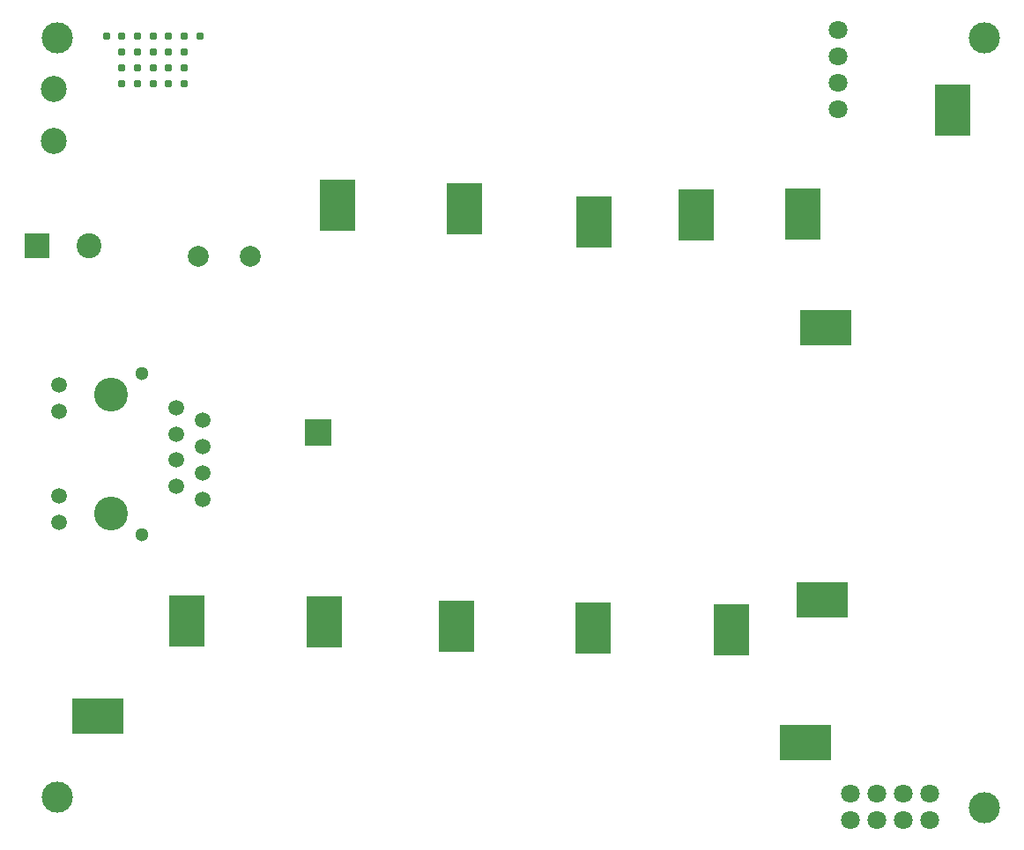
<source format=gbs>
G04 #@! TF.FileFunction,Soldermask,Bot*
%FSLAX46Y46*%
G04 Gerber Fmt 4.6, Leading zero omitted, Abs format (unit mm)*
G04 Created by KiCad (PCBNEW 4.0.7-e2-6376~58~ubuntu16.04.1) date Mon Aug 27 17:08:27 2018*
%MOMM*%
%LPD*%
G01*
G04 APERTURE LIST*
%ADD10C,0.050000*%
%ADD11C,3.000000*%
%ADD12R,2.400000X2.400000*%
%ADD13C,2.400000*%
%ADD14C,2.000000*%
%ADD15C,1.800000*%
%ADD16R,3.000000X3.000000*%
%ADD17C,0.300000*%
%ADD18R,3.400000X5.000000*%
%ADD19R,5.000000X3.400000*%
%ADD20R,2.499360X2.499360*%
%ADD21C,1.500000*%
%ADD22C,3.250000*%
%ADD23C,1.300000*%
%ADD24C,0.780000*%
%ADD25C,2.500000*%
G04 APERTURE END LIST*
D10*
D11*
X92000000Y-131000000D03*
X92000000Y-58000000D03*
X181000000Y-132000000D03*
X181000000Y-58000000D03*
D12*
X90000000Y-78000000D03*
D13*
X95000000Y-78000000D03*
D14*
X105480000Y-79020000D03*
X110480000Y-79020000D03*
D15*
X170700000Y-130710000D03*
X168160000Y-130710000D03*
X173240000Y-130710000D03*
X175780000Y-130710000D03*
X175780000Y-133250000D03*
X173240000Y-133250000D03*
X168160000Y-133250000D03*
X170700000Y-133250000D03*
X167000000Y-64850000D03*
X167000000Y-62310000D03*
X167000000Y-57240160D03*
X167000000Y-59780160D03*
D16*
X153310000Y-75020000D03*
D17*
X153310000Y-77220000D03*
X152210000Y-77220000D03*
X154410000Y-77220000D03*
X154410000Y-72820000D03*
X152210000Y-72820000D03*
X153310000Y-72820000D03*
X153310000Y-73920000D03*
X152210000Y-73920000D03*
X154410000Y-73920000D03*
X154410000Y-76120000D03*
X152210000Y-76120000D03*
X153310000Y-76120000D03*
D18*
X153310000Y-75020000D03*
D17*
X153310000Y-75020000D03*
X152210000Y-75020000D03*
X154410000Y-75020000D03*
D16*
X143510000Y-75692000D03*
D17*
X143510000Y-77892000D03*
X142410000Y-77892000D03*
X144610000Y-77892000D03*
X144610000Y-73492000D03*
X142410000Y-73492000D03*
X143510000Y-73492000D03*
X143510000Y-74592000D03*
X142410000Y-74592000D03*
X144610000Y-74592000D03*
X144610000Y-76792000D03*
X142410000Y-76792000D03*
X143510000Y-76792000D03*
D18*
X143510000Y-75692000D03*
D17*
X143510000Y-75692000D03*
X142410000Y-75692000D03*
X144610000Y-75692000D03*
D16*
X131064000Y-74422000D03*
D17*
X131064000Y-76622000D03*
X129964000Y-76622000D03*
X132164000Y-76622000D03*
X132164000Y-72222000D03*
X129964000Y-72222000D03*
X131064000Y-72222000D03*
X131064000Y-73322000D03*
X129964000Y-73322000D03*
X132164000Y-73322000D03*
X132164000Y-75522000D03*
X129964000Y-75522000D03*
X131064000Y-75522000D03*
D18*
X131064000Y-74422000D03*
D17*
X131064000Y-74422000D03*
X129964000Y-74422000D03*
X132164000Y-74422000D03*
D16*
X118900000Y-74100000D03*
D17*
X118900000Y-76300000D03*
X117800000Y-76300000D03*
X120000000Y-76300000D03*
X120000000Y-71900000D03*
X117800000Y-71900000D03*
X118900000Y-71900000D03*
X118900000Y-73000000D03*
X117800000Y-73000000D03*
X120000000Y-73000000D03*
X120000000Y-75200000D03*
X117800000Y-75200000D03*
X118900000Y-75200000D03*
D18*
X118900000Y-74100000D03*
D17*
X118900000Y-74100000D03*
X117800000Y-74100000D03*
X120000000Y-74100000D03*
D16*
X165470000Y-112090000D03*
D17*
X163270000Y-112090000D03*
X163270000Y-110990000D03*
X163270000Y-113190000D03*
X167670000Y-113190000D03*
X167670000Y-110990000D03*
X167670000Y-112090000D03*
X166570000Y-112090000D03*
X166570000Y-110990000D03*
X166570000Y-113190000D03*
X164370000Y-113190000D03*
X164370000Y-110990000D03*
X164370000Y-112090000D03*
D19*
X165470000Y-112090000D03*
D17*
X165470000Y-112090000D03*
X165470000Y-110990000D03*
X165470000Y-113190000D03*
D16*
X165825000Y-85875000D03*
D17*
X163625000Y-85875000D03*
X163625000Y-84775000D03*
X163625000Y-86975000D03*
X168025000Y-86975000D03*
X168025000Y-84775000D03*
X168025000Y-85875000D03*
X166925000Y-85875000D03*
X166925000Y-84775000D03*
X166925000Y-86975000D03*
X164725000Y-86975000D03*
X164725000Y-84775000D03*
X164725000Y-85875000D03*
D19*
X165825000Y-85875000D03*
D17*
X165825000Y-85875000D03*
X165825000Y-84775000D03*
X165825000Y-86975000D03*
D16*
X178000000Y-65000000D03*
D17*
X178000000Y-67200000D03*
X176900000Y-67200000D03*
X179100000Y-67200000D03*
X179100000Y-62800000D03*
X176900000Y-62800000D03*
X178000000Y-62800000D03*
X178000000Y-63900000D03*
X176900000Y-63900000D03*
X179100000Y-63900000D03*
X179100000Y-66100000D03*
X176900000Y-66100000D03*
X178000000Y-66100000D03*
D18*
X178000000Y-65000000D03*
D17*
X178000000Y-65000000D03*
X176900000Y-65000000D03*
X179100000Y-65000000D03*
D16*
X163575000Y-75000000D03*
D17*
X163575000Y-77200000D03*
X162475000Y-77200000D03*
X164675000Y-77200000D03*
X164675000Y-72800000D03*
X162475000Y-72800000D03*
X163575000Y-72800000D03*
X163575000Y-73900000D03*
X162475000Y-73900000D03*
X164675000Y-73900000D03*
X164675000Y-76100000D03*
X162475000Y-76100000D03*
X163575000Y-76100000D03*
D18*
X163575000Y-75000000D03*
D17*
X163575000Y-75000000D03*
X162475000Y-75000000D03*
X164675000Y-75000000D03*
D16*
X130302000Y-114554000D03*
D17*
X130302000Y-112354000D03*
X131402000Y-112354000D03*
X129202000Y-112354000D03*
X129202000Y-116754000D03*
X131402000Y-116754000D03*
X130302000Y-116754000D03*
X130302000Y-115654000D03*
X131402000Y-115654000D03*
X129202000Y-115654000D03*
X129202000Y-113454000D03*
X131402000Y-113454000D03*
X130302000Y-113454000D03*
D18*
X130302000Y-114554000D03*
D17*
X130302000Y-114554000D03*
X131402000Y-114554000D03*
X129202000Y-114554000D03*
D16*
X143440000Y-114750000D03*
D17*
X143440000Y-112550000D03*
X144540000Y-112550000D03*
X142340000Y-112550000D03*
X142340000Y-116950000D03*
X144540000Y-116950000D03*
X143440000Y-116950000D03*
X143440000Y-115850000D03*
X144540000Y-115850000D03*
X142340000Y-115850000D03*
X142340000Y-113650000D03*
X144540000Y-113650000D03*
X143440000Y-113650000D03*
D18*
X143440000Y-114750000D03*
D17*
X143440000Y-114750000D03*
X144540000Y-114750000D03*
X142340000Y-114750000D03*
D16*
X156690000Y-114950000D03*
D17*
X156690000Y-112750000D03*
X157790000Y-112750000D03*
X155590000Y-112750000D03*
X155590000Y-117150000D03*
X157790000Y-117150000D03*
X156690000Y-117150000D03*
X156690000Y-116050000D03*
X157790000Y-116050000D03*
X155590000Y-116050000D03*
X155590000Y-113850000D03*
X157790000Y-113850000D03*
X156690000Y-113850000D03*
D18*
X156690000Y-114950000D03*
D17*
X156690000Y-114950000D03*
X157790000Y-114950000D03*
X155590000Y-114950000D03*
D16*
X163830000Y-125730000D03*
D17*
X161630000Y-125730000D03*
X161630000Y-124630000D03*
X161630000Y-126830000D03*
X166030000Y-126830000D03*
X166030000Y-124630000D03*
X166030000Y-125730000D03*
X164930000Y-125730000D03*
X164930000Y-124630000D03*
X164930000Y-126830000D03*
X162730000Y-126830000D03*
X162730000Y-124630000D03*
X162730000Y-125730000D03*
D19*
X163830000Y-125730000D03*
D17*
X163830000Y-125730000D03*
X163830000Y-124630000D03*
X163830000Y-126830000D03*
D16*
X95825000Y-123225000D03*
D17*
X93625000Y-123225000D03*
X93625000Y-122125000D03*
X93625000Y-124325000D03*
X98025000Y-124325000D03*
X98025000Y-122125000D03*
X98025000Y-123225000D03*
X96925000Y-123225000D03*
X96925000Y-122125000D03*
X96925000Y-124325000D03*
X94725000Y-124325000D03*
X94725000Y-122125000D03*
X94725000Y-123225000D03*
D19*
X95825000Y-123225000D03*
D17*
X95825000Y-123225000D03*
X95825000Y-122125000D03*
X95825000Y-124325000D03*
D16*
X104394000Y-114046000D03*
D17*
X104394000Y-111846000D03*
X105494000Y-111846000D03*
X103294000Y-111846000D03*
X103294000Y-116246000D03*
X105494000Y-116246000D03*
X104394000Y-116246000D03*
X104394000Y-115146000D03*
X105494000Y-115146000D03*
X103294000Y-115146000D03*
X103294000Y-112946000D03*
X105494000Y-112946000D03*
X104394000Y-112946000D03*
D18*
X104394000Y-114046000D03*
D17*
X104394000Y-114046000D03*
X105494000Y-114046000D03*
X103294000Y-114046000D03*
D16*
X117650000Y-114180000D03*
D17*
X117650000Y-111980000D03*
X118750000Y-111980000D03*
X116550000Y-111980000D03*
X116550000Y-116380000D03*
X118750000Y-116380000D03*
X117650000Y-116380000D03*
X117650000Y-115280000D03*
X118750000Y-115280000D03*
X116550000Y-115280000D03*
X116550000Y-113080000D03*
X118750000Y-113080000D03*
X117650000Y-113080000D03*
D18*
X117650000Y-114180000D03*
D17*
X117650000Y-114180000D03*
X118750000Y-114180000D03*
X116550000Y-114180000D03*
D20*
X117000000Y-96000000D03*
D21*
X92100000Y-91375000D03*
X92100000Y-93915000D03*
X92100000Y-102085000D03*
X92100000Y-104625000D03*
X103350000Y-93560000D03*
X103350000Y-98630000D03*
X103350000Y-96100000D03*
X103350000Y-101170000D03*
X105890000Y-94820000D03*
X105890000Y-99900000D03*
X105890000Y-97360000D03*
D22*
X97132080Y-103715000D03*
X97132080Y-92285000D03*
D23*
X100050000Y-90255000D03*
X100050000Y-105745000D03*
D21*
X105890000Y-102440000D03*
D24*
X105660000Y-57900000D03*
X96660000Y-57900000D03*
X104160000Y-62400000D03*
X104160000Y-60900000D03*
X104160000Y-59400000D03*
X104160000Y-57900000D03*
X101160000Y-62400000D03*
X101160000Y-60900000D03*
X101160000Y-59400000D03*
X101160000Y-57900000D03*
X102660000Y-57900000D03*
X102660000Y-59400000D03*
X102660000Y-60900000D03*
X102660000Y-62400000D03*
X99660000Y-62400000D03*
X99660000Y-60900000D03*
X99660000Y-59400000D03*
X99660000Y-57900000D03*
X98160000Y-57900000D03*
X98160000Y-59400000D03*
X98160000Y-60900000D03*
X98160000Y-62400000D03*
D25*
X91660000Y-62970000D03*
X91660000Y-67970000D03*
M02*

</source>
